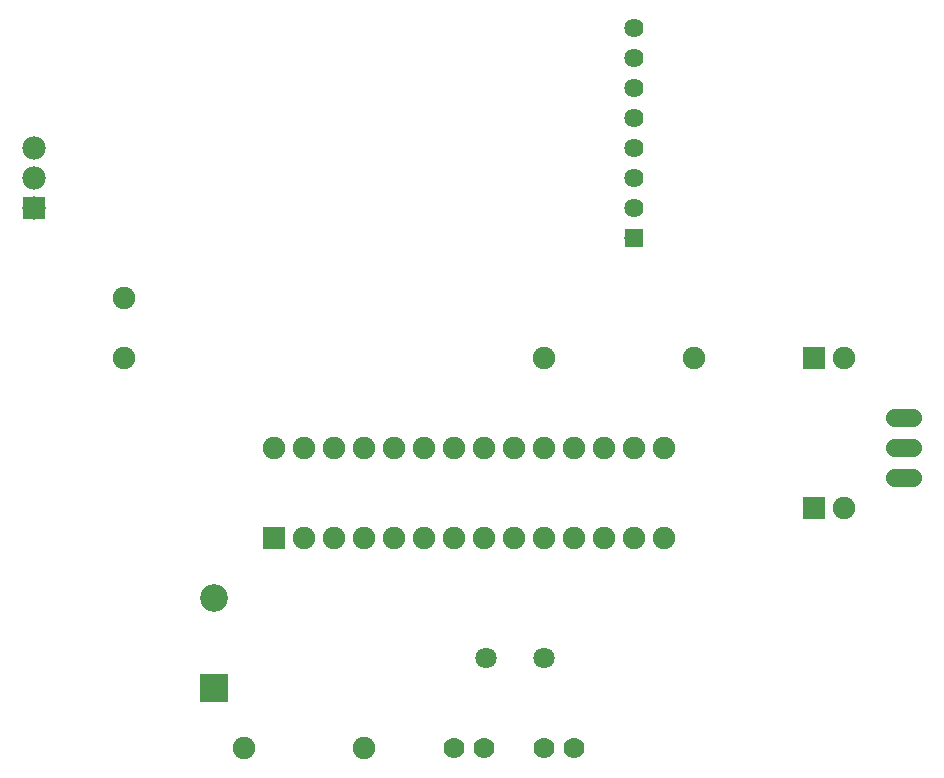
<source format=gbl>
G04 MADE WITH FRITZING*
G04 WWW.FRITZING.ORG*
G04 DOUBLE SIDED*
G04 HOLES PLATED*
G04 CONTOUR ON CENTER OF CONTOUR VECTOR*
%ASAXBY*%
%FSLAX23Y23*%
%MOIN*%
%OFA0B0*%
%SFA1.0B1.0*%
%ADD10C,0.064000*%
%ADD11C,0.075000*%
%ADD12C,0.092000*%
%ADD13C,0.070000*%
%ADD14C,0.070925*%
%ADD15C,0.070866*%
%ADD16C,0.060000*%
%ADD17C,0.075433*%
%ADD18C,0.078000*%
%ADD19R,0.064000X0.064000*%
%ADD20R,0.075000X0.075000*%
%ADD21R,0.092000X0.092000*%
%ADD22R,0.078000X0.078000*%
%ADD23R,0.001000X0.001000*%
%LNCOPPER0*%
G90*
G70*
G54D10*
X2512Y1957D03*
X2512Y2057D03*
X2512Y2157D03*
X2512Y2257D03*
X2512Y2357D03*
X2512Y2457D03*
X2512Y2557D03*
X2512Y2657D03*
G54D11*
X1312Y957D03*
X1312Y1257D03*
X1412Y957D03*
X1412Y1257D03*
X1512Y957D03*
X1512Y1257D03*
X1612Y957D03*
X1612Y1257D03*
X1712Y957D03*
X1712Y1257D03*
X1812Y957D03*
X1812Y1257D03*
X1912Y957D03*
X1912Y1257D03*
X2012Y957D03*
X2012Y1257D03*
X2112Y957D03*
X2112Y1257D03*
X2212Y957D03*
X2212Y1257D03*
X2312Y957D03*
X2312Y1257D03*
X2412Y957D03*
X2412Y1257D03*
X2512Y957D03*
X2512Y1257D03*
X2612Y957D03*
X2612Y1257D03*
X1612Y257D03*
X1212Y257D03*
G54D12*
X1112Y457D03*
X1112Y757D03*
G54D13*
X2212Y257D03*
X2313Y257D03*
X1912Y257D03*
X2013Y257D03*
G54D14*
X2019Y557D03*
G54D15*
X2212Y557D03*
G54D16*
X3412Y1357D03*
X3412Y1257D03*
X3412Y1157D03*
G54D11*
X3112Y1557D03*
X3212Y1557D03*
X3112Y1057D03*
X3212Y1057D03*
G54D17*
X812Y1757D03*
X812Y1557D03*
G54D11*
X2212Y1557D03*
X2712Y1557D03*
G54D18*
X512Y2057D03*
X512Y2157D03*
X512Y2257D03*
G54D19*
X2512Y1957D03*
G54D20*
X1312Y957D03*
G54D21*
X1112Y457D03*
G54D20*
X3112Y1557D03*
X3112Y1057D03*
G54D22*
X512Y2057D03*
G54D23*
X3377Y1387D02*
X3446Y1387D01*
X3373Y1386D02*
X3450Y1386D01*
X3370Y1385D02*
X3453Y1385D01*
X3368Y1384D02*
X3455Y1384D01*
X3366Y1383D02*
X3457Y1383D01*
X3365Y1382D02*
X3458Y1382D01*
X3363Y1381D02*
X3460Y1381D01*
X3362Y1380D02*
X3461Y1380D01*
X3361Y1379D02*
X3462Y1379D01*
X3360Y1378D02*
X3463Y1378D01*
X3359Y1377D02*
X3407Y1377D01*
X3416Y1377D02*
X3464Y1377D01*
X3358Y1376D02*
X3403Y1376D01*
X3419Y1376D02*
X3465Y1376D01*
X3358Y1375D02*
X3401Y1375D01*
X3422Y1375D02*
X3465Y1375D01*
X3357Y1374D02*
X3400Y1374D01*
X3423Y1374D02*
X3466Y1374D01*
X3356Y1373D02*
X3398Y1373D01*
X3425Y1373D02*
X3467Y1373D01*
X3356Y1372D02*
X3397Y1372D01*
X3426Y1372D02*
X3467Y1372D01*
X3355Y1371D02*
X3396Y1371D01*
X3427Y1371D02*
X3468Y1371D01*
X3355Y1370D02*
X3395Y1370D01*
X3428Y1370D02*
X3468Y1370D01*
X3354Y1369D02*
X3395Y1369D01*
X3428Y1369D02*
X3469Y1369D01*
X3354Y1368D02*
X3394Y1368D01*
X3429Y1368D02*
X3469Y1368D01*
X3353Y1367D02*
X3393Y1367D01*
X3430Y1367D02*
X3469Y1367D01*
X3353Y1366D02*
X3393Y1366D01*
X3430Y1366D02*
X3470Y1366D01*
X3353Y1365D02*
X3392Y1365D01*
X3430Y1365D02*
X3470Y1365D01*
X3353Y1364D02*
X3392Y1364D01*
X3431Y1364D02*
X3470Y1364D01*
X3352Y1363D02*
X3392Y1363D01*
X3431Y1363D02*
X3470Y1363D01*
X3352Y1362D02*
X3391Y1362D01*
X3431Y1362D02*
X3471Y1362D01*
X3352Y1361D02*
X3391Y1361D01*
X3432Y1361D02*
X3471Y1361D01*
X3352Y1360D02*
X3391Y1360D01*
X3432Y1360D02*
X3471Y1360D01*
X3352Y1359D02*
X3391Y1359D01*
X3432Y1359D02*
X3471Y1359D01*
X3352Y1358D02*
X3391Y1358D01*
X3432Y1358D02*
X3471Y1358D01*
X3352Y1357D02*
X3391Y1357D01*
X3432Y1357D02*
X3471Y1357D01*
X3352Y1356D02*
X3391Y1356D01*
X3432Y1356D02*
X3471Y1356D01*
X3352Y1355D02*
X3391Y1355D01*
X3432Y1355D02*
X3471Y1355D01*
X3352Y1354D02*
X3391Y1354D01*
X3432Y1354D02*
X3471Y1354D01*
X3352Y1353D02*
X3391Y1353D01*
X3431Y1353D02*
X3471Y1353D01*
X3352Y1352D02*
X3392Y1352D01*
X3431Y1352D02*
X3470Y1352D01*
X3353Y1351D02*
X3392Y1351D01*
X3431Y1351D02*
X3470Y1351D01*
X3353Y1350D02*
X3392Y1350D01*
X3430Y1350D02*
X3470Y1350D01*
X3353Y1349D02*
X3393Y1349D01*
X3430Y1349D02*
X3470Y1349D01*
X3353Y1348D02*
X3393Y1348D01*
X3430Y1348D02*
X3469Y1348D01*
X3354Y1347D02*
X3394Y1347D01*
X3429Y1347D02*
X3469Y1347D01*
X3354Y1346D02*
X3395Y1346D01*
X3428Y1346D02*
X3469Y1346D01*
X3355Y1345D02*
X3395Y1345D01*
X3428Y1345D02*
X3468Y1345D01*
X3355Y1344D02*
X3396Y1344D01*
X3427Y1344D02*
X3468Y1344D01*
X3356Y1343D02*
X3397Y1343D01*
X3426Y1343D02*
X3467Y1343D01*
X3356Y1342D02*
X3398Y1342D01*
X3425Y1342D02*
X3467Y1342D01*
X3357Y1341D02*
X3400Y1341D01*
X3423Y1341D02*
X3466Y1341D01*
X3358Y1340D02*
X3401Y1340D01*
X3422Y1340D02*
X3465Y1340D01*
X3358Y1339D02*
X3403Y1339D01*
X3420Y1339D02*
X3465Y1339D01*
X3359Y1338D02*
X3406Y1338D01*
X3416Y1338D02*
X3464Y1338D01*
X3360Y1337D02*
X3463Y1337D01*
X3361Y1336D02*
X3462Y1336D01*
X3362Y1335D02*
X3461Y1335D01*
X3363Y1334D02*
X3460Y1334D01*
X3365Y1333D02*
X3458Y1333D01*
X3366Y1332D02*
X3457Y1332D01*
X3368Y1331D02*
X3455Y1331D01*
X3370Y1330D02*
X3453Y1330D01*
X3372Y1329D02*
X3450Y1329D01*
X3376Y1328D02*
X3447Y1328D01*
X3377Y1287D02*
X3446Y1287D01*
X3373Y1286D02*
X3450Y1286D01*
X3370Y1285D02*
X3453Y1285D01*
X3368Y1284D02*
X3455Y1284D01*
X3366Y1283D02*
X3457Y1283D01*
X3365Y1282D02*
X3458Y1282D01*
X3363Y1281D02*
X3460Y1281D01*
X3362Y1280D02*
X3461Y1280D01*
X3361Y1279D02*
X3462Y1279D01*
X3360Y1278D02*
X3463Y1278D01*
X3359Y1277D02*
X3407Y1277D01*
X3416Y1277D02*
X3464Y1277D01*
X3358Y1276D02*
X3403Y1276D01*
X3419Y1276D02*
X3465Y1276D01*
X3358Y1275D02*
X3401Y1275D01*
X3422Y1275D02*
X3465Y1275D01*
X3357Y1274D02*
X3400Y1274D01*
X3423Y1274D02*
X3466Y1274D01*
X3356Y1273D02*
X3398Y1273D01*
X3425Y1273D02*
X3467Y1273D01*
X3356Y1272D02*
X3397Y1272D01*
X3426Y1272D02*
X3467Y1272D01*
X3355Y1271D02*
X3396Y1271D01*
X3427Y1271D02*
X3468Y1271D01*
X3355Y1270D02*
X3395Y1270D01*
X3428Y1270D02*
X3468Y1270D01*
X3354Y1269D02*
X3395Y1269D01*
X3428Y1269D02*
X3469Y1269D01*
X3354Y1268D02*
X3394Y1268D01*
X3429Y1268D02*
X3469Y1268D01*
X3353Y1267D02*
X3393Y1267D01*
X3430Y1267D02*
X3469Y1267D01*
X3353Y1266D02*
X3393Y1266D01*
X3430Y1266D02*
X3470Y1266D01*
X3353Y1265D02*
X3392Y1265D01*
X3430Y1265D02*
X3470Y1265D01*
X3353Y1264D02*
X3392Y1264D01*
X3431Y1264D02*
X3470Y1264D01*
X3352Y1263D02*
X3392Y1263D01*
X3431Y1263D02*
X3470Y1263D01*
X3352Y1262D02*
X3391Y1262D01*
X3431Y1262D02*
X3471Y1262D01*
X3352Y1261D02*
X3391Y1261D01*
X3432Y1261D02*
X3471Y1261D01*
X3352Y1260D02*
X3391Y1260D01*
X3432Y1260D02*
X3471Y1260D01*
X3352Y1259D02*
X3391Y1259D01*
X3432Y1259D02*
X3471Y1259D01*
X3352Y1258D02*
X3391Y1258D01*
X3432Y1258D02*
X3471Y1258D01*
X3352Y1257D02*
X3391Y1257D01*
X3432Y1257D02*
X3471Y1257D01*
X3352Y1256D02*
X3391Y1256D01*
X3432Y1256D02*
X3471Y1256D01*
X3352Y1255D02*
X3391Y1255D01*
X3432Y1255D02*
X3471Y1255D01*
X3352Y1254D02*
X3391Y1254D01*
X3432Y1254D02*
X3471Y1254D01*
X3352Y1253D02*
X3391Y1253D01*
X3431Y1253D02*
X3471Y1253D01*
X3352Y1252D02*
X3392Y1252D01*
X3431Y1252D02*
X3470Y1252D01*
X3353Y1251D02*
X3392Y1251D01*
X3431Y1251D02*
X3470Y1251D01*
X3353Y1250D02*
X3392Y1250D01*
X3430Y1250D02*
X3470Y1250D01*
X3353Y1249D02*
X3393Y1249D01*
X3430Y1249D02*
X3470Y1249D01*
X3353Y1248D02*
X3393Y1248D01*
X3430Y1248D02*
X3469Y1248D01*
X3354Y1247D02*
X3394Y1247D01*
X3429Y1247D02*
X3469Y1247D01*
X3354Y1246D02*
X3395Y1246D01*
X3428Y1246D02*
X3469Y1246D01*
X3355Y1245D02*
X3395Y1245D01*
X3428Y1245D02*
X3468Y1245D01*
X3355Y1244D02*
X3396Y1244D01*
X3427Y1244D02*
X3468Y1244D01*
X3356Y1243D02*
X3397Y1243D01*
X3426Y1243D02*
X3467Y1243D01*
X3356Y1242D02*
X3398Y1242D01*
X3425Y1242D02*
X3467Y1242D01*
X3357Y1241D02*
X3400Y1241D01*
X3423Y1241D02*
X3466Y1241D01*
X3358Y1240D02*
X3401Y1240D01*
X3422Y1240D02*
X3465Y1240D01*
X3358Y1239D02*
X3403Y1239D01*
X3420Y1239D02*
X3465Y1239D01*
X3359Y1238D02*
X3406Y1238D01*
X3416Y1238D02*
X3464Y1238D01*
X3360Y1237D02*
X3463Y1237D01*
X3361Y1236D02*
X3462Y1236D01*
X3362Y1235D02*
X3461Y1235D01*
X3363Y1234D02*
X3460Y1234D01*
X3365Y1233D02*
X3458Y1233D01*
X3366Y1232D02*
X3457Y1232D01*
X3368Y1231D02*
X3455Y1231D01*
X3370Y1230D02*
X3453Y1230D01*
X3373Y1229D02*
X3450Y1229D01*
X3376Y1228D02*
X3446Y1228D01*
X3377Y1187D02*
X3446Y1187D01*
X3373Y1186D02*
X3450Y1186D01*
X3370Y1185D02*
X3453Y1185D01*
X3368Y1184D02*
X3455Y1184D01*
X3366Y1183D02*
X3457Y1183D01*
X3365Y1182D02*
X3458Y1182D01*
X3363Y1181D02*
X3460Y1181D01*
X3362Y1180D02*
X3461Y1180D01*
X3361Y1179D02*
X3462Y1179D01*
X3360Y1178D02*
X3463Y1178D01*
X3359Y1177D02*
X3407Y1177D01*
X3416Y1177D02*
X3464Y1177D01*
X3358Y1176D02*
X3403Y1176D01*
X3420Y1176D02*
X3465Y1176D01*
X3358Y1175D02*
X3401Y1175D01*
X3422Y1175D02*
X3465Y1175D01*
X3357Y1174D02*
X3400Y1174D01*
X3423Y1174D02*
X3466Y1174D01*
X3356Y1173D02*
X3398Y1173D01*
X3425Y1173D02*
X3467Y1173D01*
X3356Y1172D02*
X3397Y1172D01*
X3426Y1172D02*
X3467Y1172D01*
X3355Y1171D02*
X3396Y1171D01*
X3427Y1171D02*
X3468Y1171D01*
X3355Y1170D02*
X3395Y1170D01*
X3428Y1170D02*
X3468Y1170D01*
X3354Y1169D02*
X3395Y1169D01*
X3428Y1169D02*
X3469Y1169D01*
X3354Y1168D02*
X3394Y1168D01*
X3429Y1168D02*
X3469Y1168D01*
X3353Y1167D02*
X3393Y1167D01*
X3430Y1167D02*
X3469Y1167D01*
X3353Y1166D02*
X3393Y1166D01*
X3430Y1166D02*
X3470Y1166D01*
X3353Y1165D02*
X3392Y1165D01*
X3430Y1165D02*
X3470Y1165D01*
X3353Y1164D02*
X3392Y1164D01*
X3431Y1164D02*
X3470Y1164D01*
X3352Y1163D02*
X3392Y1163D01*
X3431Y1163D02*
X3470Y1163D01*
X3352Y1162D02*
X3391Y1162D01*
X3431Y1162D02*
X3471Y1162D01*
X3352Y1161D02*
X3391Y1161D01*
X3432Y1161D02*
X3471Y1161D01*
X3352Y1160D02*
X3391Y1160D01*
X3432Y1160D02*
X3471Y1160D01*
X3352Y1159D02*
X3391Y1159D01*
X3432Y1159D02*
X3471Y1159D01*
X3352Y1158D02*
X3391Y1158D01*
X3432Y1158D02*
X3471Y1158D01*
X3352Y1157D02*
X3391Y1157D01*
X3432Y1157D02*
X3471Y1157D01*
X3352Y1156D02*
X3391Y1156D01*
X3432Y1156D02*
X3471Y1156D01*
X3352Y1155D02*
X3391Y1155D01*
X3432Y1155D02*
X3471Y1155D01*
X3352Y1154D02*
X3391Y1154D01*
X3432Y1154D02*
X3471Y1154D01*
X3352Y1153D02*
X3391Y1153D01*
X3431Y1153D02*
X3471Y1153D01*
X3352Y1152D02*
X3392Y1152D01*
X3431Y1152D02*
X3470Y1152D01*
X3353Y1151D02*
X3392Y1151D01*
X3431Y1151D02*
X3470Y1151D01*
X3353Y1150D02*
X3392Y1150D01*
X3430Y1150D02*
X3470Y1150D01*
X3353Y1149D02*
X3393Y1149D01*
X3430Y1149D02*
X3470Y1149D01*
X3353Y1148D02*
X3393Y1148D01*
X3430Y1148D02*
X3469Y1148D01*
X3354Y1147D02*
X3394Y1147D01*
X3429Y1147D02*
X3469Y1147D01*
X3354Y1146D02*
X3395Y1146D01*
X3428Y1146D02*
X3469Y1146D01*
X3355Y1145D02*
X3395Y1145D01*
X3428Y1145D02*
X3468Y1145D01*
X3355Y1144D02*
X3396Y1144D01*
X3427Y1144D02*
X3468Y1144D01*
X3356Y1143D02*
X3397Y1143D01*
X3426Y1143D02*
X3467Y1143D01*
X3356Y1142D02*
X3398Y1142D01*
X3425Y1142D02*
X3467Y1142D01*
X3357Y1141D02*
X3400Y1141D01*
X3423Y1141D02*
X3466Y1141D01*
X3358Y1140D02*
X3401Y1140D01*
X3422Y1140D02*
X3465Y1140D01*
X3358Y1139D02*
X3403Y1139D01*
X3420Y1139D02*
X3465Y1139D01*
X3359Y1138D02*
X3407Y1138D01*
X3416Y1138D02*
X3464Y1138D01*
X3360Y1137D02*
X3463Y1137D01*
X3361Y1136D02*
X3462Y1136D01*
X3362Y1135D02*
X3461Y1135D01*
X3363Y1134D02*
X3460Y1134D01*
X3365Y1133D02*
X3458Y1133D01*
X3366Y1132D02*
X3457Y1132D01*
X3368Y1131D02*
X3455Y1131D01*
X3370Y1130D02*
X3453Y1130D01*
X3373Y1129D02*
X3450Y1129D01*
X3377Y1128D02*
X3446Y1128D01*
D02*
G04 End of Copper0*
M02*
</source>
